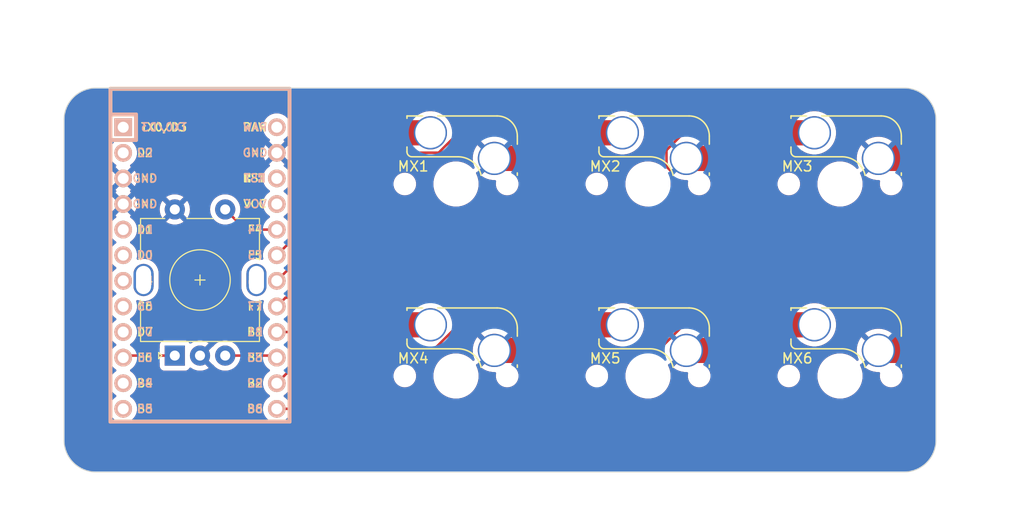
<source format=kicad_pcb>
(kicad_pcb (version 20221018) (generator pcbnew)
  (layers (0 "F.Cu" signal) (31 "B.Cu" signal) (34 "B.Paste" user) (35 "F.Paste" user) (36 "B.SilkS" user "B.Silkscreen") (37 "F.SilkS" user "F.Silkscreen") (38 "B.Mask" user) (39 "F.Mask" user) (44 "Edge.Cuts" user))
  (net 0 "")
  (net 9 "RE_C")
  (net 14 "GND")
  (net 15 "MX1")
  (net 16 "MX2")
  (net 17 "MX3")
  (net 18 "MX4")
  (net 19 "MX5")
  (net 20 "MX6")
  (net 21 "RE_B")
  (net 22 "RE_A")
  (footprint "PCM_marbastlib-mx:SW_MX_HS_1u" (layer "F.Cu") (at 107.15625 48.41875)
    (fp_text reference "MX3" (at -4.25 -1.75) (layer "F.SilkS"))
    (fp_text value "MX_SW_HS" hide)
    (fp_line (start -4.864824 -6.75022) (end -4.864824 -6.52022) (stroke (width 0.15)) (layer "F.SilkS"))
    (fp_line (start -4.864824 -3.67022) (end -4.864824 -3.20022) (stroke (width 0.15)) (layer "F.SilkS"))
    (fp_line (start -4.364824 -2.70022) (end 0.2 -2.70022) (stroke (width 0.15)) (layer "F.SilkS"))
    (fp_line (start -3.314824 -6.75022) (end -4.864824 -6.75022) (stroke (width 0.15)) (layer "F.SilkS"))
    (fp_line (start 4.085176 -6.75022) (end -1.814824 -6.75022) (stroke (width 0.15)) (layer "F.SilkS"))
    (fp_line (start 6.085176 -3.95022) (end 6.085176 -4.75022) (stroke (width 0.15)) (layer "F.SilkS"))
    (fp_line (start 6.085176 -1.10022) (end 6.085176 -0.86022) (stroke (width 0.15)) (layer "F.SilkS"))
    (fp_arc (start -4.364824 -2.70022) (mid -4.718377 -2.846667) (end -4.864824 -3.20022) (stroke (width 0.15)) (layer "F.SilkS"))
    (fp_arc (start 0.2 -2.70022) (mid 1.670693 -2.183637) (end 2.494322 -0.86022) (stroke (width 0.15)) (layer "F.SilkS"))
    (fp_arc (start 4.085176 -6.75022) (mid 5.499389 -6.164434) (end 6.085176 -4.75022) (stroke (width 0.15)) (layer "F.SilkS"))
    (pad "" np_thru_hole circle (at -5.08 0) (size 1.75 1.75) (drill 1.75) (layers "*.Cu" "*.Mask"))
    (pad "" np_thru_hole circle (at 0 0) (size 3.9878 3.9878) (drill 3.9878) (layers "*.Cu" "*.Mask"))
    (pad "" np_thru_hole circle (at 5.08 0) (size 1.75 1.75) (drill 1.75) (layers "*.Cu" "*.Mask"))
    (pad "1" thru_hole circle (at 3.81 -2.54) (size 3.3 3.3) (drill 3) (layers "*.Cu" "*.Mask") (net 14 "GND"))
    (pad "1" smd rect (at 5.635 -2.54 180) (size 1.65 2.5) (layers "F.Cu") (net 14 "GND"))
    (pad "1" smd roundrect (at 7.36 -2.54) (size 2.55 2.5) (layers "F.Cu" "F.Paste" "F.Mask") (roundrect_rratio 0.1) (net 14 "GND"))
    (pad "2" smd roundrect (at -6.09 -5.08) (size 2.55 2.5) (layers "F.Cu" "F.Paste" "F.Mask") (roundrect_rratio 0.1) (net 17 "MX3"))
    (pad "2" smd rect (at -4.34 -5.08) (size 1.65 2.5) (layers "F.Cu") (net 17 "MX3"))
    (pad "2" thru_hole circle (at -2.54 -5.08) (size 3.3 3.3) (drill 3) (layers "*.Cu" "*.Mask") (net 17 "MX3"))
  )
  (footprint "Keebio-Parts.pretty-master:ArduinoProMicro" (layer "F.Cu") (at 43.65625 56.7555 -90)
    (fp_text reference "U1" hide)
    (fp_text value "ProMicro" hide)
    (fp_text user "F5" (at -1.27 -5.461) (layer "B.SilkS") (effects (font (size 0.8 0.8)) (justify mirror)))
    (fp_text user "F7" (at 3.81 -5.461) (layer "B.SilkS") (effects (font (size 0.8 0.8)) (justify mirror)))
    (fp_text user "E6" (at 8.89 5.461) (layer "B.SilkS") (effects (font (size 0.8 0.8)) (justify mirror)))
    (fp_text user "GND" (at -8.89 5.461) (layer "B.SilkS") (effects (font (size 0.8 0.8)) (justify mirror)))
    (fp_text user "B3" (at 8.89 -5.461) (layer "B.SilkS") (effects (font (size 0.8 0.8)) (justify mirror)))
    (fp_text user "B4" (at 11.43 5.461) (layer "B.SilkS") (effects (font (size 0.8 0.8)) (justify mirror)))
    (fp_text user "C6" (at 3.81 5.461) (layer "B.SilkS") (effects (font (size 0.8 0.8)) (justify mirror)))
    (fp_text user "RAW" (at -13.97 -5.461) (layer "B.SilkS") (effects (font (size 0.8 0.8)) (justify mirror)))
    (fp_text user "D2" (at -11.43 5.461) (layer "B.SilkS") (effects (font (size 0.8 0.8)) (justify mirror)))
    (fp_text user "F6" (at 1.27 -5.461) (layer "B.SilkS") (effects (font (size 0.8 0.8)) (justify mirror)))
    (fp_text user "B1" (at 6.35 -5.461) (layer "B.SilkS") (effects (font (size 0.8 0.8)) (justify mirror)))
    (fp_text user "B5" (at 13.97 5.461) (layer "B.SilkS") (effects (font (size 0.8 0.8)) (justify mirror)))
    (fp_text user "F4" (at -3.81 -5.461) (layer "B.SilkS") (effects (font (size 0.8 0.8)) (justify mirror)))
    (fp_text user "D4" (at 1.27 5.461) (layer "B.SilkS") (effects (font (size 0.8 0.8)) (justify mirror)))
    (fp_text user "GND" (at -6.35 5.461) (layer "B.SilkS") (effects (font (size 0.8 0.8)) (justify mirror)))
    (fp_text user "B2" (at 11.43 -5.461) (layer "B.SilkS") (effects (font (size 0.8 0.8)) (justify mirror)))
    (fp_text user "D7" (at 6.35 5.461) (layer "B.SilkS") (effects (font (size 0.8 0.8)) (justify mirror)))
    (fp_text user "TX0/D3" (at -13.97 3.571872) (layer "B.SilkS") (effects (font (size 0.8 0.8)) (justify mirror)))
    (fp_text user "D0" (at -1.27 5.461) (layer "B.SilkS") (effects (font (size 0.8 0.8)) (justify mirror)))
    (fp_text user "ST" (at -8.91 -5.04) (layer "B.SilkS") (effects (font (size 0.8 0.8)) (justify mirror)))
    (fp_text user "B6" (at 13.97 -5.461) (layer "B.SilkS") (effects (font (size 0.8 0.8)) (justify mirror)))
    (fp_text user "GND" (at -11.43 -5.461) (layer "B.SilkS") (effects (font (size 0.8 0.8)) (justify mirror)))
    (fp_text user "D1" (at -3.81 5.461) (layer "B.SilkS") (effects (font (size 0.8 0.8)) (justify mirror)))
    (fp_text user "VCC" (at -6.35 -5.461) (layer "B.SilkS") (effects (font (size 0.8 0.8)) (justify mirror)))
    (fp_text user "B4" (at 11.43 5.461) (layer "F.SilkS") (effects (font (size 0.8 0.8))))
    (fp_text user "D1" (at -3.81 5.461) (layer "F.SilkS") (effects (font (size 0.8 0.8))))
    (fp_text user "F7" (at 3.81 -5.461) (layer "F.SilkS") (effects (font (size 0.8 0.8))))
    (fp_text user "D4" (at 1.27 5.461) (layer "F.SilkS") (effects (font (size 0.8 0.8))))
    (fp_text user "F4" (at -3.81 -5.461) (layer "F.SilkS") (effects (font (size 0.8 0.8))))
    (fp_text user "B2" (at 11.43 -5.461) (layer "F.SilkS") (effects (font (size 0.8 0.8))))
    (fp_text user "B5" (at 13.97 5.461) (layer "F.SilkS") (effects (font (size 0.8 0.8))))
    (fp_text user "C6" (at 3.81 5.461) (layer "F.SilkS") (effects (font (size 0.8 0.8))))
    (fp_text user "F5" (at -1.27 -5.461) (layer "F.SilkS") (effects (font (size 0.8 0.8))))
    (fp_text user "D7" (at 6.35 5.461) (layer "F.SilkS") (effects (font (size 0.8 0.8))))
    (fp_text user "RAW" (at -13.97 -5.461) (layer "F.SilkS") (effects (font (size 0.8 0.8))))
    (fp_text user "GND" (at -11.43 -5.461) (layer "F.SilkS") (effects (font (size 0.8 0.8))))
    (fp_text user "D2" (at -11.43 5.461) (layer "F.SilkS") (effects (font (size 0.8 0.8))))
    (fp_text user "TX0/D3" (at -13.97 3.571872) (layer "F.SilkS") (effects (font (size 0.8 0.8))))
    (fp_text user "B3" (at 8.89 -5.461) (layer "F.SilkS") (effects (font (size 0.8 0.8))))
    (fp_text user "B6" (at 13.97 -5.461) (layer "F.SilkS") (effects (font (size 0.8 0.8))))
    (fp_text user "VCC" (at -6.35 -5.461) (layer "F.SilkS") (effects (font (size 0.8 0.8))))
    (fp_text user "F6" (at 1.27 -5.461) (layer "F.SilkS") (effects (font (size 0.8 0.8))))
    (fp_text user "GND" (at -6.35 5.461) (layer "F.SilkS") (effects (font (size 0.8 0.8))))
    (fp_text user "D0" (at -1.27 5.461) (layer "F.SilkS") (effects (font (size 0.8 0.8))))
    (fp_text user "ST" (at -8.92 -5.73312) (layer "F.SilkS") (effects (font (size 0.8 0.8))))
    (fp_text user "B1" (at 6.35 -5.461) (layer "F.SilkS") (effects (font (size 0.8 0.8))))
    (fp_text user "E6" (at 8.89 5.461) (layer "F.SilkS") (effects (font (size 0.8 0.8))))
    (fp_text user "GND" (at -8.89 5.461) (layer "F.SilkS") (effects (font (size 0.8 0.8))))
    (fp_line (start -17.78 -8.89) (end -17.78 8.89) (stroke (width 0.381)) (layer "B.SilkS"))
    (fp_line (start -17.78 8.89) (end 15.24 8.89) (stroke (width 0.381)) (layer "B.SilkS"))
    (fp_line (start -15.24 6.35) (end -15.24 8.89) (stroke (width 0.381)) (layer "B.SilkS"))
    (fp_line (start -15.24 6.35) (end -12.7 6.35) (stroke (width 0.381)) (layer "B.SilkS"))
    (fp_line (start -12.7 6.35) (end -12.7 8.89) (stroke (width 0.381)) (layer "B.SilkS"))
    (fp_line (start 15.24 -8.89) (end -17.78 -8.89) (stroke (width 0.381)) (layer "B.SilkS"))
    (fp_line (start 15.24 8.89) (end 15.24 -8.89) (stroke (width 0.381)) (layer "B.SilkS"))
    (fp_poly (pts (xy -9.35097 -6.244635) (xy -8.55097 -6.244635) (xy -8.55097 -6.344635) (xy -9.35097 -6.344635)) (stroke (width 0.15)) (fill solid) (layer "B.SilkS"))
    (fp_poly (pts (xy -9.35097 -5.844635) (xy -9.25097 -5.844635) (xy -9.25097 -6.344635) (xy -9.35097 -6.344635)) (stroke (width 0.15)) (fill solid) (layer "B.SilkS"))
    (fp_poly (pts (xy -9.35097 -5.844635) (xy -9.05097 -5.844635) (xy -9.05097 -5.944635) (xy -9.35097 -5.944635)) (stroke (width 0.15)) (fill solid) (layer "B.SilkS"))
    (fp_poly (pts (xy -8.95097 -6.044635) (xy -8.85097 -6.044635) (xy -8.85097 -6.144635) (xy -8.95097 -6.144635)) (stroke (width 0.15)) (fill solid) (layer "B.SilkS"))
    (fp_poly (pts (xy -8.75097 -5.844635) (xy -8.55097 -5.844635) (xy -8.55097 -5.944635) (xy -8.75097 -5.944635)) (stroke (width 0.15)) (fill solid) (layer "B.SilkS"))
    (fp_line (start -17.78 -8.89) (end -17.78 8.89) (stroke (width 0.381)) (layer "F.SilkS"))
    (fp_line (start -17.78 8.89) (end -15.24 8.89) (stroke (width 0.381)) (layer "F.SilkS"))
    (fp_line (start -15.24 -8.89) (end -17.78 -8.89) (stroke (width 0.381)) (layer "F.SilkS"))
    (fp_line (start -15.24 6.35) (end -15.24 8.89) (stroke (width 0.381)) (layer "F.SilkS"))
    (fp_line (start -15.24 6.35) (end -12.7 6.35) (stroke (width 0.381)) (layer "F.SilkS"))
    (fp_line (start -15.24 8.89) (end 15.24 8.89) (stroke (width 0.381)) (layer "F.SilkS"))
    (fp_line (start -12.7 6.35) (end -12.7 8.89) (stroke (width 0.381)) (layer "F.SilkS"))
    (fp_line (start 15.24 -8.89) (end -15.24 -8.89) (stroke (width 0.381)) (layer "F.SilkS"))
    (fp_line (start 15.24 8.89) (end 15.24 -8.89) (stroke (width 0.381)) (layer "F.SilkS"))
    (fp_poly (pts (xy -9.36064 -4.931568) (xy -9.26064 -4.931568) (xy -9.26064 -4.431568) (xy -9.36064 -4.431568)) (stroke (width 0.15)) (fill solid) (layer "F.SilkS"))
    (fp_poly (pts (xy -9.36064 -4.931568) (xy -9.06064 -4.931568) (xy -9.06064 -4.831568) (xy -9.36064 -4.831568)) (stroke (width 0.15)) (fill solid) (layer "F.SilkS"))
    (fp_poly (pts (xy -9.36064 -4.531568) (xy -8.56064 -4.531568) (xy -8.56064 -4.431568) (xy -9.36064 -4.431568)) (stroke (width 0.15)) (fill solid) (layer "F.SilkS"))
    (fp_poly (pts (xy -8.96064 -4.731568) (xy -8.86064 -4.731568) (xy -8.86064 -4.631568) (xy -8.96064 -4.631568)) (stroke (width 0.15)) (fill solid) (layer "F.SilkS"))
    (fp_poly (pts (xy -8.76064 -4.931568) (xy -8.56064 -4.931568) (xy -8.56064 -4.831568) (xy -8.76064 -4.831568)) (stroke (width 0.15)) (fill solid) (layer "F.SilkS"))
    (pad "1" thru_hole rect (at -13.97 7.62 270) (size 1.7526 1.7526) (drill 1.0922) (layers "*.Cu" "*.SilkS" "*.Mask"))
    (pad "2" thru_hole circle (at -11.43 7.62 270) (size 1.7526 1.7526) (drill 1.0922) (layers "*.Cu" "*.SilkS" "*.Mask"))
    (pad "3" thru_hole circle (at -8.89 7.62 270) (size 1.7526 1.7526) (drill 1.0922) (layers "*.Cu" "*.SilkS" "*.Mask") (net 14 "GND"))
    (pad "4" thru_hole circle (at -6.35 7.62 270) (size 1.7526 1.7526) (drill 1.0922) (layers "*.Cu" "*.SilkS" "*.Mask") (net 14 "GND"))
    (pad "5" thru_hole circle (at -3.81 7.62 270) (size 1.7526 1.7526) (drill 1.0922) (layers "*.Cu" "*.SilkS" "*.Mask"))
    (pad "6" thru_hole circle (at -1.27 7.62 270) (size 1.7526 1.7526) (drill 1.0922) (layers "*.Cu" "*.SilkS" "*.Mask"))
    (pad "7" thru_hole circle (at 1.27 7.62 270) (size 1.7526 1.7526) (drill 1.0922) (layers "*.Cu" "*.SilkS" "*.Mask"))
    (pad "8" thru_hole circle (at 3.81 7.62 270) (size 1.7526 1.7526) (drill 1.0922) (layers "*.Cu" "*.SilkS" "*.Mask"))
    (pad "9" thru_hole circle (at 6.35 7.62 270) (size 1.7526 1.7526) (drill 1.0922) (layers "*.Cu" "*.SilkS" "*.Mask"))
    (pad "10" thru_hole circle (at 8.89 7.62 270) (size 1.7526 1.7526) (drill 1.0922) (layers "*.Cu" "*.SilkS" "*.Mask") (net 22 "RE_A"))
    (pad "11" thru_hole circle (at 11.43 7.62 270) (size 1.7526 1.7526) (drill 1.0922) (layers "*.Cu" "*.SilkS" "*.Mask"))
    (pad "12" thru_hole circle (at 13.97 7.62 270) (size 1.7526 1.7526) (drill 1.0922) (layers "*.Cu" "*.SilkS" "*.Mask"))
    (pad "13" thru_hole circle (at 13.97 -7.62 270) (size 1.7526 1.7526) (drill 1.0922) (layers "*.Cu" "*.SilkS" "*.Mask") (net 20 "MX6"))
    (pad "14" thru_hole circle (at 11.43 -7.62 270) (size 1.7526 1.7526) (drill 1.0922) (layers "*.Cu" "*.SilkS" "*.Mask") (net 19 "MX5"))
    (pad "15" thru_hole circle (at 8.89 -7.62 270) (size 1.7526 1.7526) (drill 1.0922) (layers "*.Cu" "*.SilkS" "*.Mask") (net 21 "RE_B"))
    (pad "16" thru_hole circle (at 6.35 -7.62 270) (size 1.7526 1.7526) (drill 1.0922) (layers "*.Cu" "*.SilkS" "*.Mask") (net 18 "MX4"))
    (pad "17" thru_hole circle (at 3.81 -7.62 270) (size 1.7526 1.7526) (drill 1.0922) (layers "*.Cu" "*.SilkS" "*.Mask") (net 17 "MX3"))
    (pad "18" thru_hole circle (at 1.27 -7.62 270) (size 1.7526 1.7526) (drill 1.0922) (layers "*.Cu" "*.SilkS" "*.Mask") (net 16 "MX2"))
    (pad "19" thru_hole circle (at -1.27 -7.62 270) (size 1.7526 1.7526) (drill 1.0922) (layers "*.Cu" "*.SilkS" "*.Mask") (net 15 "MX1"))
    (pad "20" thru_hole circle (at -3.81 -7.62 270) (size 1.7526 1.7526) (drill 1.0922) (layers "*.Cu" "*.SilkS" "*.Mask") (net 9 "RE_C"))
    (pad "21" thru_hole circle (at -6.35 -7.62 270) (size 1.7526 1.7526) (drill 1.0922) (layers "*.Cu" "*.SilkS" "*.Mask"))
    (pad "22" thru_hole circle (at -8.89 -7.62 270) (size 1.7526 1.7526) (drill 1.0922) (layers "*.Cu" "*.SilkS" "*.Mask"))
    (pad "23" thru_hole circle (at -11.43 -7.62 270) (size 1.7526 1.7526) (drill 1.0922) (layers "*.Cu" "*.SilkS" "*.Mask") (net 14 "GND"))
    (pad "24" thru_hole circle (at -13.97 -7.62 270) (size 1.7526 1.7526) (drill 1.0922) (layers "*.Cu" "*.SilkS" "*.Mask"))
  )
  (footprint "Keebio-Parts.pretty-master:RotaryEncoder_EC11" (layer "F.Cu") (at 43.65625 57.94375 90)
    (fp_text reference "SW1")
    (fp_text value "RotaryEncoder_Switch")
    (fp_line (start -7.8 -4.1) (end -7.2 -4.1) (stroke (width 0.12)) (layer "F.SilkS"))
    (fp_line (start -7.5 -3.8) (end -7.8 -4.1) (stroke (width 0.12)) (layer "F.SilkS"))
    (fp_line (start -7.2 -4.1) (end -7.5 -3.8) (stroke (width 0.12)) (layer "F.SilkS"))
    (fp_line (start -6.1 -5.9) (end -6.1 5.9) (stroke (width 0.12)) (layer "F.SilkS"))
    (fp_line (start -2 -5.9) (end -6.1 -5.9) (stroke (width 0.12)) (layer "F.SilkS"))
    (fp_line (start -2 5.9) (end -6.1 5.9) (stroke (width 0.12)) (layer "F.SilkS"))
    (fp_line (start -0.5 0) (end 0.5 0) (stroke (width 0.12)) (layer "F.SilkS"))
    (fp_line (start 0 -0.5) (end 0 0.5) (stroke (width 0.12)) (layer "F.SilkS"))
    (fp_line (start 2 -5.9) (end 6.1 -5.9) (stroke (width 0.12)) (layer "F.SilkS"))
    (fp_line (start 6.1 -5.9) (end 6.1 -3.5) (stroke (width 0.12)) (layer "F.SilkS"))
    (fp_line (start 6.1 -1.3) (end 6.1 1.3) (stroke (width 0.12)) (layer "F.SilkS"))
    (fp_line (start 6.1 3.5) (end 6.1 5.9) (stroke (width 0.12)) (layer "F.SilkS"))
    (fp_line (start 6.1 5.9) (end 2 5.9) (stroke (width 0.12)) (layer "F.SilkS"))
    (fp_circle (center 0 0) (end 3 0) (stroke (width 0.12)) (fill none) (layer "F.SilkS"))
    (pad "" np_thru_hole oval (at 0 -5.6 90) (size 3.2 2) (drill oval 2.8 1.5) (layers "F&B.Cu" "*.Mask"))
    (pad "" np_thru_hole oval (at 0 5.6 90) (size 3.2 2) (drill oval 2.8 1.5) (layers "F&B.Cu" "*.Mask"))
    (pad "A" thru_hole rect (at -7.5 -2.5 90) (size 2 2) (drill 1) (layers "*.Cu" "*.Mask") (net 22 "RE_A"))
    (pad "B" thru_hole circle (at -7.5 2.5 90) (size 2 2) (drill 1) (layers "*.Cu" "*.Mask") (net 21 "RE_B"))
    (pad "C" thru_hole circle (at -7.5 0 90) (size 2 2) (drill 1) (layers "*.Cu" "*.Mask") (net 14 "GND"))
    (pad "S1" thru_hole circle (at 7 2.5 90) (size 2 2) (drill 1) (layers "*.Cu" "*.Mask") (net 9 "RE_C"))
    (pad "S2" thru_hole circle (at 7 -2.5 90) (size 2 2) (drill 1) (layers "*.Cu" "*.Mask") (net 14 "GND"))
  )
  (footprint "PCM_marbastlib-mx:SW_MX_HS_1u" (layer "F.Cu") (at 69.05625 48.41875)
    (fp_text reference "MX1" (at -4.25 -1.75) (layer "F.SilkS"))
    (fp_text value "MX_SW_HS" hide)
    (fp_line (start -4.864824 -6.75022) (end -4.864824 -6.52022) (stroke (width 0.15)) (layer "F.SilkS"))
    (fp_line (start -4.864824 -3.67022) (end -4.864824 -3.20022) (stroke (width 0.15)) (layer "F.SilkS"))
    (fp_line (start -4.364824 -2.70022) (end 0.2 -2.70022) (stroke (width 0.15)) (layer "F.SilkS"))
    (fp_line (start -3.314824 -6.75022) (end -4.864824 -6.75022) (stroke (width 0.15)) (layer "F.SilkS"))
    (fp_line (start 4.085176 -6.75022) (end -1.814824 -6.75022) (stroke (width 0.15)) (layer "F.SilkS"))
    (fp_line (start 6.085176 -3.95022) (end 6.085176 -4.75022) (stroke (width 0.15)) (layer "F.SilkS"))
    (fp_line (start 6.085176 -1.10022) (end 6.085176 -0.86022) (stroke (width 0.15)) (layer "F.SilkS"))
    (fp_arc (start -4.364824 -2.70022) (mid -4.718377 -2.846667) (end -4.864824 -3.20022) (stroke (width 0.15)) (layer "F.SilkS"))
    (fp_arc (start 0.2 -2.70022) (mid 1.670693 -2.183637) (end 2.494322 -0.86022) (stroke (width 0.15)) (layer "F.SilkS"))
    (fp_arc (start 4.085176 -6.75022) (mid 5.499389 -6.164434) (end 6.085176 -4.75022) (stroke (width 0.15)) (layer "F.SilkS"))
    (pad "" np_thru_hole circle (at -5.08 0) (size 1.75 1.75) (drill 1.75) (layers "*.Cu" "*.Mask"))
    (pad "" np_thru_hole circle (at 0 0) (size 3.9878 3.9878) (drill 3.9878) (layers "*.Cu" "*.Mask"))
    (pad "" np_thru_hole circle (at 5.08 0) (size 1.75 1.75) (drill 1.75) (layers "*.Cu" "*.Mask"))
    (pad "1" thru_hole circle (at 3.81 -2.54) (size 3.3 3.3) (drill 3) (layers "*.Cu" "*.Mask") (net 14 "GND"))
    (pad "1" smd rect (at 5.635 -2.54 180) (size 1.65 2.5) (layers "F.Cu") (net 14 "GND"))
    (pad "1" smd roundrect (at 7.36 -2.54) (size 2.55 2.5) (layers "F.Cu" "F.Paste" "F.Mask") (roundrect_rratio 0.1) (net 14 "GND"))
    (pad "2" smd roundrect (at -6.09 -5.08) (size 2.55 2.5) (layers "F.Cu" "F.Paste" "F.Mask") (roundrect_rratio 0.1) (net 15 "MX1"))
    (pad "2" smd rect (at -4.34 -5.08) (size 1.65 2.5) (layers "F.Cu") (net 15 "MX1"))
    (pad "2" thru_hole circle (at -2.54 -5.08) (size 3.3 3.3) (drill 3) (layers "*.Cu" "*.Mask") (net 15 "MX1"))
  )
  (footprint "PCM_marbastlib-mx:SW_MX_HS_1u" (layer "F.Cu") (at 88.10625 48.41875)
    (fp_text reference "MX2" (at -4.25 -1.75) (layer "F.SilkS"))
    (fp_text value "MX_SW_HS" hide)
    (fp_line (start -4.864824 -6.75022) (end -4.864824 -6.52022) (stroke (width 0.15)) (layer "F.SilkS"))
    (fp_line (start -4.864824 -3.67022) (end -4.864824 -3.20022) (stroke (width 0.15)) (layer "F.SilkS"))
    (fp_line (start -4.364824 -2.70022) (end 0.2 -2.70022) (stroke (width 0.15)) (layer "F.SilkS"))
    (fp_line (start -3.314824 -6.75022) (end -4.864824 -6.75022) (stroke (width 0.15)) (layer "F.SilkS"))
    (fp_line (start 4.085176 -6.75022) (end -1.814824 -6.75022) (stroke (width 0.15)) (layer "F.SilkS"))
    (fp_line (start 6.085176 -3.95022) (end 6.085176 -4.75022) (stroke (width 0.15)) (layer "F.SilkS"))
    (fp_line (start 6.085176 -1.10022) (end 6.085176 -0.86022) (stroke (width 0.15)) (layer "F.SilkS"))
    (fp_arc (start -4.364824 -2.70022) (mid -4.718377 -2.846667) (end -4.864824 -3.20022) (stroke (width 0.15)) (layer "F.SilkS"))
    (fp_arc (start 0.2 -2.70022) (mid 1.670693 -2.183637) (end 2.494322 -0.86022) (stroke (width 0.15)) (layer "F.SilkS"))
    (fp_arc (start 4.085176 -6.75022) (mid 5.499389 -6.164434) (end 6.085176 -4.75022) (stroke (width 0.15)) (layer "F.SilkS"))
    (pad "" np_thru_hole circle (at -5.08 0) (size 1.75 1.75) (drill 1.75) (layers "*.Cu" "*.Mask"))
    (pad "" np_thru_hole circle (at 0 0) (size 3.9878 3.9878) (drill 3.9878) (layers "*.Cu" "*.Mask"))
    (pad "" np_thru_hole circle (at 5.08 0) (size 1.75 1.75) (drill 1.75) (layers "*.Cu" "*.Mask"))
    (pad "1" thru_hole circle (at 3.81 -2.54) (size 3.3 3.3) (drill 3) (layers "*.Cu" "*.Mask") (net 14 "GND"))
    (pad "1" smd rect (at 5.635 -2.54 180) (size 1.65 2.5) (layers "F.Cu") (net 14 "GND"))
    (pad "1" smd roundrect (at 7.36 -2.54) (size 2.55 2.5) (layers "F.Cu" "F.Paste" "F.Mask") (roundrect_rratio 0.1) (net 14 "GND"))
    (pad "2" smd roundrect (at -6.09 -5.08) (size 2.55 2.5) (layers "F.Cu" "F.Paste" "F.Mask") (roundrect_rratio 0.1) (net 16 "MX2"))
    (pad "2" smd rect (at -4.34 -5.08) (size 1.65 2.5) (layers "F.Cu") (net 16 "MX2"))
    (pad "2" thru_hole circle (at -2.54 -5.08) (size 3.3 3.3) (drill 3) (layers "*.Cu" "*.Mask") (net 16 "MX2"))
  )
  (footprint "PCM_marbastlib-mx:SW_MX_HS_1u" (layer "F.Cu") (at 107.15625 67.46875)
    (fp_text reference "MX6" (at -4.25 -1.75) (layer "F.SilkS"))
    (fp_text value "MX_SW_HS" hide)
    (fp_line (start -4.864824 -6.75022) (end -4.864824 -6.52022) (stroke (width 0.15)) (layer "F.SilkS"))
    (fp_line (start -4.864824 -3.67022) (end -4.864824 -3.20022) (stroke (width 0.15)) (layer "F.SilkS"))
    (fp_line (start -4.364824 -2.70022) (end 0.2 -2.70022) (stroke (width 0.15)) (layer "F.SilkS"))
    (fp_line (start -3.314824 -6.75022) (end -4.864824 -6.75022) (stroke (width 0.15)) (layer "F.SilkS"))
    (fp_line (start 4.085176 -6.75022) (end -1.814824 -6.75022) (stroke (width 0.15)) (layer "F.SilkS"))
    (fp_line (start 6.085176 -3.95022) (end 6.085176 -4.75022) (stroke (width 0.15)) (layer "F.SilkS"))
    (fp_line (start 6.085176 -1.10022) (end 6.085176 -0.86022) (stroke (width 0.15)) (layer "F.SilkS"))
    (fp_arc (start -4.364824 -2.70022) (mid -4.718377 -2.846667) (end -4.864824 -3.20022) (stroke (width 0.15)) (layer "F.SilkS"))
    (fp_arc (start 0.2 -2.70022) (mid 1.670693 -2.183637) (end 2.494322 -0.86022) (stroke (width 0.15)) (layer "F.SilkS"))
    (fp_arc (start 4.085176 -6.75022) (mid 5.499389 -6.164434) (end 6.085176 -4.75022) (stroke (width 0.15)) (layer "F.SilkS"))
    (pad "" np_thru_hole circle (at -5.08 0) (size 1.75 1.75) (drill 1.75) (layers "*.Cu" "*.Mask"))
    (pad "" np_thru_hole circle (at 0 0) (size 3.9878 3.9878) (drill 3.9878) (layers "*.Cu" "*.Mask"))
    (pad "" np_thru_hole circle (at 5.08 0) (size 1.75 1.75) (drill 1.75) (layers "*.Cu" "*.Mask"))
    (pad "1" thru_hole circle (at 3.81 -2.54) (size 3.3 3.3) (drill 3) (layers "*.Cu" "*.Mask") (net 14 "GND"))
    (pad "1" smd rect (at 5.635 -2.54 180) (size 1.65 2.5) (layers "F.Cu") (net 14 "GND"))
    (pad "1" smd roundrect (at 7.36 -2.54) (size 2.55 2.5) (layers "F.Cu" "F.Paste" "F.Mask") (roundrect_rratio 0.1) (net 14 "GND"))
    (pad "2" smd roundrect (at -6.09 -5.08) (size 2.55 2.5) (layers "F.Cu" "F.Paste" "F.Mask") (roundrect_rratio 0.1) (net 20 "MX6"))
    (pad "2" smd rect (at -4.34 -5.08) (size 1.65 2.5) (layers "F.Cu") (net 20 "MX6"))
    (pad "2" thru_hole circle (at -2.54 -5.08) (size 3.3 3.3) (drill 3) (layers "*.Cu" "*.Mask") (net 20 "MX6"))
  )
  (footprint "PCM_marbastlib-mx:SW_MX_HS_1u" (layer "F.Cu") (at 88.10625 67.46875)
    (fp_text reference "MX5" (at -4.25 -1.75) (layer "F.SilkS"))
    (fp_text value "MX_SW_HS" hide)
    (fp_line (start -4.864824 -6.75022) (end -4.864824 -6.52022) (stroke (width 0.15)) (layer "F.SilkS"))
    (fp_line (start -4.864824 -3.67022) (end -4.864824 -3.20022) (stroke (width 0.15)) (layer "F.SilkS"))
    (fp_line (start -4.364824 -2.70022) (end 0.2 -2.70022) (stroke (width 0.15)) (layer "F.SilkS"))
    (fp_line (start -3.314824 -6.75022) (end -4.864824 -6.75022) (stroke (width 0.15)) (layer "F.SilkS"))
    (fp_line (start 4.085176 -6.75022) (end -1.814824 -6.75022) (stroke (width 0.15)) (layer "F.SilkS"))
    (fp_line (start 6.085176 -3.95022) (end 6.085176 -4.75022) (stroke (width 0.15)) (layer "F.SilkS"))
    (fp_line (start 6.085176 -1.10022) (end 6.085176 -0.86022) (stroke (width 0.15)) (layer "F.SilkS"))
    (fp_arc (start -4.364824 -2.70022) (mid -4.718377 -2.846667) (end -4.864824 -3.20022) (stroke (width 0.15)) (layer "F.SilkS"))
    (fp_arc (start 0.2 -2.70022) (mid 1.670693 -2.183637) (end 2.494322 -0.86022) (stroke (width 0.15)) (layer "F.SilkS"))
    (fp_arc (start 4.085176 -6.75022) (mid 5.499389 -6.164434) (end 6.085176 -4.75022) (stroke (width 0.15)) (layer "F.SilkS"))
    (pad "" np_thru_hole circle (at -5.08 0) (size 1.75 1.75) (drill 1.75) (layers "*.Cu" "*.Mask"))
    (pad "" np_thru_hole circle (at 0 0) (size 3.9878 3.9878) (drill 3.9878) (layers "*.Cu" "*.Mask"))
    (pad "" np_thru_hole circle (at 5.08 0) (size 1.75 1.75) (drill 1.75) (layers "*.Cu" "*.Mask"))
    (pad "1" thru_hole circle (at 3.81 -2.54) (size 3.3 3.3) (drill 3) (layers "*.Cu" "*.Mask") (net 14 "GND"))
    (pad "1" smd rect (at 5.635 -2.54 180) (size 1.65 2.5) (layers "F.Cu") (net 14 "GND"))
    (pad "1" smd roundrect (at 7.36 -2.54) (size 2.55 2.5) (layers "F.Cu" "F.Paste" "F.Mask") (roundrect_rratio 0.1) (net 14 "GND"))
    (pad "2" smd roundrect (at -6.09 -5.08) (size 2.55 2.5) (layers "F.Cu" "F.Paste" "F.Mask") (roundrect_rratio 0.1) (net 19 "MX5"))
    (pad "2" smd rect (at -4.34 -5.08) (size 1.65 2.5) (layers "F.Cu") (net 19 "MX5"))
    (pad "2" thru_hole circle (at -2.54 -5.08) (size 3.3 3.3) (drill 3) (layers "*.Cu" "*.Mask") (net 19 "MX5"))
  )
  (footprint "PCM_marbastlib-mx:SW_MX_HS_1u" (layer "F.Cu") (at 69.05625 67.46875)
    (fp_text reference "MX4" (at -4.25 -1.75) (layer "F.SilkS"))
    (fp_text value "MX_SW_HS" hide)
    (fp_line (start -4.864824 -6.75022) (end -4.864824 -6.52022) (stroke (width 0.15)) (layer "F.SilkS"))
    (fp_line (start -4.864824 -3.67022) (end -4.864824 -3.20022) (stroke (width 0.15)) (layer "F.SilkS"))
    (fp_line (start -4.364824 -2.70022) (end 0.2 -2.70022) (stroke (width 0.15)) (layer "F.SilkS"))
    (fp_line (start -3.314824 -6.75022) (end -4.864824 -6.75022) (stroke (width 0.15)) (layer "F.SilkS"))
    (fp_line (start 4.085176 -6.75022) (end -1.814824 -6.75022) (stroke (width 0.15)) (layer "F.SilkS"))
    (fp_line (start 6.085176 -3.95022) (end 6.085176 -4.75022) (stroke (width 0.15)) (layer "F.SilkS"))
    (fp_line (start 6.085176 -1.10022) (end 6.085176 -0.86022) (stroke (width 0.15)) (layer "F.SilkS"))
    (fp_arc (start -4.364824 -2.70022) (mid -4.718377 -2.846667) (end -4.864824 -3.20022) (stroke (width 0.15)) (layer "F.SilkS"))
    (fp_arc (start 0.2 -2.70022) (mid 1.670693 -2.183637) (end 2.494322 -0.86022) (stroke (width 0.15)) (layer "F.SilkS"))
    (fp_arc (start 4.085176 -6.75022) (mid 5.499389 -6.164434) (end 6.085176 -4.75022) (stroke (width 0.15)) (layer "F.SilkS"))
    (pad "" np_thru_hole circle (at -5.08 0) (size 1.75 1.75) (drill 1.75) (layers "*.Cu" "*.Mask"))
    (pad "" np_thru_hole circle (at 0 0) (size 3.9878 3.9878) (drill 3.9878) (layers "*.Cu" "*.Mask"))
    (pad "" np_thru_hole circle (at 5.08 0) (size 1.75 1.75) (drill 1.75) (layers "*.Cu" "*.Mask"))
    (pad "1" thru_hole circle (at 3.81 -2.54) (size 3.3 3.3) (drill 3) (layers "*.Cu" "*.Mask") (net 14 "GND"))
    (pad "1" smd rect (at 5.635 -2.54 180) (size 1.65 2.5) (layers "F.Cu") (net 14 "GND"))
    (pad "1" smd roundrect (at 7.36 -2.54) (size 2.55 2.5) (layers "F.Cu" "F.Paste" "F.Mask") (roundrect_rratio 0.1) (net 14 "GND"))
    (pad "2" smd roundrect (at -6.09 -5.08) (size 2.55 2.5) (layers "F.Cu" "F.Paste" "F.Mask") (roundrect_rratio 0.1) (net 18 "MX4"))
    (pad "2" smd rect (at -4.34 -5.08) (size 1.65 2.5) (layers "F.Cu") (net 18 "MX4"))
    (pad "2" thru_hole circle (at -2.54 -5.08) (size 3.3 3.3) (drill 3) (layers "*.Cu" "*.Mask") (net 18 "MX4"))
  )
  (gr_line (start 30.1625 73.81875) (end 30.1625 42.06875) (stroke (width 0.1)) (layer "Edge.Cuts"))
  (gr_line (start 113.50625 76.99375) (end 33.3375 76.99375) (stroke (width 0.1)) (layer "Edge.Cuts"))
  (gr_line (start 33.3375 38.89375) (end 59.53125 38.89375) (stroke (width 0.1)) (layer "Edge.Cuts"))
  (gr_arc (start 30.1625 42.06875) (mid 31.092436 39.823686) (end 33.3375 38.89375) (stroke (width 0.1)) (layer "Edge.Cuts"))
  (gr_arc (start 116.68125 73.81875) (mid 115.751314 76.063814) (end 113.50625 76.99375) (stroke (width 0.1)) (layer "Edge.Cuts"))
  (gr_arc (start 113.50625 38.89375) (mid 115.751314 39.823686) (end 116.68125 42.06875) (stroke (width 0.1)) (layer "Edge.Cuts"))
  (gr_line (start 59.53125 38.89375) (end 113.50625 38.89375) (stroke (width 0.1)) (layer "Edge.Cuts"))
  (gr_line (start 116.68125 42.06875) (end 116.68125 73.81875) (stroke (width 0.1)) (layer "Edge.Cuts"))
  (gr_arc (start 33.3375 76.99375) (mid 31.092436 76.063814) (end 30.1625 73.81875) (stroke (width 0.1)) (layer "Edge.Cuts"))
  (segment (start 46.15625 50.94375) (end 48.158 52.9455) (width 0.25) (layer "F.Cu") (net 9))
  (segment (start 48.158 52.9455) (end 51.27625 52.9455) (width 0.25) (layer "F.Cu") (net 9))
  (segment (start 62.96625 43.7955) (end 51.27625 55.4855) (width 0.25) (layer "F.Cu") (net 15))
  (segment (start 62.96625 43.33875) (end 62.96625 43.7955) (width 0.25) (layer "F.Cu") (net 15))
  (segment (start 82.01625 43.33875) (end 69.309322 43.33875) (width 0.25) (layer "F.Cu") (net 16))
  (segment (start 69.309322 43.33875) (end 67.334322 45.31375) (width 0.25) (layer "F.Cu") (net 16))
  (segment (start 67.334322 45.31375) (end 63.988 45.31375) (width 0.25) (layer "F.Cu") (net 16))
  (segment (start 63.988 45.31375) (end 51.27625 58.0255) (width 0.25) (layer "F.Cu") (net 16))
  (segment (start 101.06625 43.33875) (end 91.663178 43.33875) (width 0.25) (layer "F.Cu") (net 17))
  (segment (start 52.15255 59.6892) (end 51.27625 60.5655) (width 0.25) (layer "F.Cu") (net 17))
  (segment (start 91.663178 43.33875) (end 89.94125 45.060678) (width 0.25) (layer "F.Cu") (net 17))
  (segment (start 89.94125 46.696822) (end 90.47515 47.230722) (width 0.25) (layer "F.Cu") (net 17))
  (segment (start 89.94125 45.060678) (end 89.94125 46.696822) (width 0.25) (layer "F.Cu") (net 17))
  (segment (start 90.47515 49.399981) (end 80.185931 59.6892) (width 0.25) (layer "F.Cu") (net 17))
  (segment (start 90.47515 47.230722) (end 90.47515 49.399981) (width 0.25) (layer "F.Cu") (net 17))
  (segment (start 80.185931 59.6892) (end 52.15255 59.6892) (width 0.25) (layer "F.Cu") (net 17))
  (segment (start 62.96625 62.38875) (end 62.2495 63.1055) (width 0.25) (layer "F.Cu") (net 18))
  (segment (start 62.2495 63.1055) (end 51.27625 63.1055) (width 0.25) (layer "F.Cu") (net 18))
  (segment (start 53.5805 65.88125) (end 51.27625 68.1855) (width 0.25) (layer "F.Cu") (net 19))
  (segment (start 69.309322 62.38875) (end 65.816822 65.88125) (width 0.25) (layer "F.Cu") (net 19))
  (segment (start 82.01625 62.38875) (end 69.309322 62.38875) (width 0.25) (layer "F.Cu") (net 19))
  (segment (start 65.816822 65.88125) (end 53.5805 65.88125) (width 0.25) (layer "F.Cu") (net 19))
  (segment (start 101.06625 62.38875) (end 91.663178 62.38875) (width 0.25) (layer "F.Cu") (net 20))
  (segment (start 89.781315 64.270613) (end 86.95662 64.270613) (width 0.25) (layer "F.Cu") (net 20))
  (segment (start 84.27625 67.986517) (end 81.537267 70.7255) (width 0.25) (layer "F.Cu") (net 20))
  (segment (start 84.27625 66.950983) (end 84.27625 67.986517) (width 0.25) (layer "F.Cu") (net 20))
  (segment (start 91.663178 62.38875) (end 89.781315 64.270613) (width 0.25) (layer "F.Cu") (net 20))
  (segment (start 81.537267 70.7255) (end 51.27625 70.7255) (width 0.25) (layer "F.Cu") (net 20))
  (segment (start 86.95662 64.270613) (end 84.27625 66.950983) (width 0.25) (layer "F.Cu") (net 20))
  (segment (start 51.0745 65.44375) (end 51.27625 65.6455) (width 0.25) (layer "F.Cu") (net 21))
  (segment (start 46.15625 65.44375) (end 51.0745 65.44375) (width 0.25) (layer "F.Cu") (net 21))
  (segment (start 41.15625 65.44375) (end 36.238 65.44375) (width 0.25) (layer "F.Cu") (net 22))
  (segment (start 36.238 65.44375) (end 36.03625 65.6455) (width 0.25) (layer "F.Cu") (net 22))
  (zone (net 14) (net_name "GND") (layers "F&B.Cu") (connect_pads (clearance 0.5)) (min_thickness 0.25) (fill yes (thermal_gap 0.5) (thermal_bridge_width 0.5))
    (polygon (pts (xy 29.36875 30.1625) (xy 125.4125 30.1625) (xy 125.4125 80.9625) (xy 23.8125 80.9625) (xy 23.8125 38.1)))
  )
)
</source>
